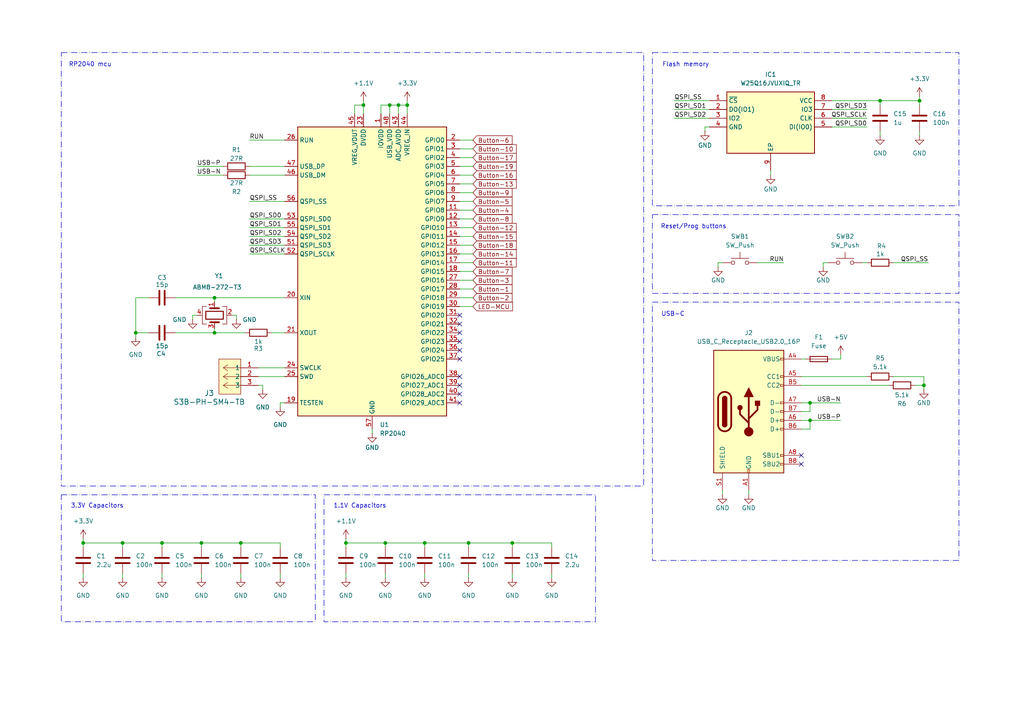
<source format=kicad_sch>
(kicad_sch (version 20250114) (generator "eeschema") (generator_version "9.0")
  (paper "A4")
  (title_block (title "Numpad") (date "2025-10-28") (rev "v2.0") (company "Szymon Wąchała"))
  (lib_symbols
    (symbol "Connector:USB_C_Receptacle_USB2.0_16P" (pin_names (offset 1.016))
      (property "Reference" "J" (at 0 22.225 0))
      (property "Value" "USB_C_Receptacle_USB2.0_16P" (at 0 19.685 0))
      (symbol "USB_C_Receptacle_USB2.0_16P_0_0"
        (rectangle (start -0.254 -17.78) (end 0.254 -16.764))
        (rectangle (start 10.16 15.494) (end 9.144 14.986))
        (rectangle (start 10.16 10.414) (end 9.144 9.906))
        (rectangle (start 10.16 7.874) (end 9.144 7.366))
        (rectangle (start 10.16 2.794) (end 9.144 2.286))
        (rectangle (start 10.16 0.254) (end 9.144 -0.254))
        (rectangle (start 10.16 -2.286) (end 9.144 -2.794))
        (rectangle (start 10.16 -4.826) (end 9.144 -5.334))
        (rectangle (start 10.16 -12.446) (end 9.144 -12.954))
        (rectangle (start 10.16 -14.986) (end 9.144 -15.494))
      )
      (symbol "USB_C_Receptacle_USB2.0_16P_0_1"
        (rectangle (start -10.16 17.78) (end 10.16 -17.78) (stroke (width 0.254)) (fill (type background)))
        (polyline (pts (xy -8.89 -3.81) (xy -8.89 3.81)) (stroke (width 0.508)))
        (rectangle (start -7.62 -3.81) (end -6.35 3.81) (stroke (width 0.254)) (fill (type outline)))
        (arc (start -7.62 3.81) (mid -6.985 4.4423) (end -6.35 3.81) (stroke (width 0.254)))
        (arc (start -7.62 3.81) (mid -6.985 4.4423) (end -6.35 3.81) (stroke (width 0.254)) (fill (type outline)))
        (arc (start -8.89 3.81) (mid -6.985 5.7067) (end -5.08 3.81) (stroke (width 0.508)))
        (arc (start -5.08 -3.81) (mid -6.985 -5.7067) (end -8.89 -3.81) (stroke (width 0.508)))
        (arc (start -6.35 -3.81) (mid -6.985 -4.4423) (end -7.62 -3.81) (stroke (width 0.254)))
        (arc (start -6.35 -3.81) (mid -6.985 -4.4423) (end -7.62 -3.81) (stroke (width 0.254)) (fill (type outline)))
        (polyline (pts (xy -5.08 3.81) (xy -5.08 -3.81)) (stroke (width 0.508)))
        (circle (center -2.54 1.143) (radius 0.635) (stroke (width 0.254)) (fill (type outline)))
        (polyline (pts (xy -1.27 4.318) (xy 0 6.858) (xy 1.27 4.318) (xy -1.27 4.318)) (stroke (width 0.254)) (fill (type outline)))
        (polyline (pts (xy 0 -2.032) (xy 2.54 0.508) (xy 2.54 1.778)) (stroke (width 0.508)))
        (polyline (pts (xy 0 -3.302) (xy -2.54 -0.762) (xy -2.54 0.508)) (stroke (width 0.508)))
        (polyline (pts (xy 0 -5.842) (xy 0 4.318)) (stroke (width 0.508)))
        (circle (center 0 -5.842) (radius 1.27) (fill (type outline)))
        (rectangle (start 1.905 1.778) (end 3.175 3.048) (stroke (width 0.254)) (fill (type outline)))
      )
      (symbol "USB_C_Receptacle_USB2.0_16P_1_1"
        (pin passive line (at -7.62 -22.86 90) (length 5.08) (name "SHIELD") (number "S1"))
        (pin passive line (at 0 -22.86 90) (length 5.08) (name "GND") (number "A1"))
        (pin passive line (at 0 -22.86 90) (length 5.08) (hide yes) (name "GND") (number "A12"))
        (pin passive line (at 0 -22.86 90) (length 5.08) (hide yes) (name "GND") (number "B1"))
        (pin passive line (at 0 -22.86 90) (length 5.08) (hide yes) (name "GND") (number "B12"))
        (pin passive line (at 15.24 15.24 180) (length 5.08) (name "VBUS") (number "A4"))
        (pin passive line (at 15.24 15.24 180) (length 5.08) (hide yes) (name "VBUS") (number "A9"))
        (pin passive line (at 15.24 15.24 180) (length 5.08) (hide yes) (name "VBUS") (number "B4"))
        (pin passive line (at 15.24 15.24 180) (length 5.08) (hide yes) (name "VBUS") (number "B9"))
        (pin bidirectional line (at 15.24 10.16 180) (length 5.08) (name "CC1") (number "A5"))
        (pin bidirectional line (at 15.24 7.62 180) (length 5.08) (name "CC2") (number "B5"))
        (pin bidirectional line (at 15.24 2.54 180) (length 5.08) (name "D-") (number "A7"))
        (pin bidirectional line (at 15.24 0 180) (length 5.08) (name "D-") (number "B7"))
        (pin bidirectional line (at 15.24 -2.54 180) (length 5.08) (name "D+") (number "A6"))
        (pin bidirectional line (at 15.24 -5.08 180) (length 5.08) (name "D+") (number "B6"))
        (pin bidirectional line (at 15.24 -12.7 180) (length 5.08) (name "SBU1") (number "A8"))
        (pin bidirectional line (at 15.24 -15.24 180) (length 5.08) (name "SBU2") (number "B8"))
      )
    )
    (symbol "Device:C" (pin_numbers (hide yes)) (pin_names (offset 0.254))
      (property "Reference" "C" (at 0.635 2.54 0))
      (property "Value" "C" (at 0.635 -2.54 0))
      (symbol "C_0_1"
        (polyline (pts (xy -2.032 0.762) (xy 2.032 0.762)) (stroke (width 0.508)))
        (polyline (pts (xy -2.032 -0.762) (xy 2.032 -0.762)) (stroke (width 0.508)))
      )
      (symbol "C_1_1"
        (pin passive line (at 0 3.81 270) (length 2.794) (name "~") (number "1"))
        (pin passive line (at 0 -3.81 90) (length 2.794) (name "~") (number "2"))
      )
    )
    (symbol "Device:Crystal_GND24" (pin_names (offset 1.016) (hide yes))
      (property "Reference" "Y" (at 3.175 5.08 0))
      (property "Value" "Crystal_GND24" (at 3.175 3.175 0))
      (symbol "Crystal_GND24_0_1"
        (polyline (pts (xy -2.54 2.286) (xy -2.54 3.556) (xy 2.54 3.556) (xy 2.54 2.286)))
        (polyline (pts (xy -2.54 0) (xy -2.032 0)))
        (polyline (pts (xy -2.54 -2.286) (xy -2.54 -3.556) (xy 2.54 -3.556) (xy 2.54 -2.286)))
        (polyline (pts (xy -2.032 -1.27) (xy -2.032 1.27)) (stroke (width 0.508)))
        (rectangle (start -1.143 2.54) (end 1.143 -2.54) (stroke (width 0.3048)))
        (polyline (pts (xy 0 3.556) (xy 0 3.81)))
        (polyline (pts (xy 0 -3.81) (xy 0 -3.556)))
        (polyline (pts (xy 2.032 0) (xy 2.54 0)))
        (polyline (pts (xy 2.032 -1.27) (xy 2.032 1.27)) (stroke (width 0.508)))
      )
      (symbol "Crystal_GND24_1_1"
        (pin passive line (at -3.81 0 0) (length 1.27) (name "1") (number "1"))
        (pin passive line (at 0 5.08 270) (length 1.27) (name "2") (number "2"))
        (pin passive line (at 0 -5.08 90) (length 1.27) (name "4") (number "4"))
        (pin passive line (at 3.81 0 180) (length 1.27) (name "3") (number "3"))
      )
    )
    (symbol "Device:Fuse" (pin_numbers (hide yes)) (pin_names (offset 0))
      (property "Reference" "F" (at 2.032 0 90))
      (property "Value" "Fuse" (at -1.905 0 90))
      (symbol "Fuse_0_1"
        (rectangle (start -0.762 -2.54) (end 0.762 2.54) (stroke (width 0.254)))
        (polyline (pts (xy 0 2.54) (xy 0 -2.54)))
      )
      (symbol "Fuse_1_1"
        (pin passive line (at 0 3.81 270) (length 1.27) (name "~") (number "1"))
        (pin passive line (at 0 -3.81 90) (length 1.27) (name "~") (number "2"))
      )
    )
    (symbol "Device:R" (pin_numbers (hide yes)) (pin_names (offset 0))
      (property "Reference" "R" (at 2.032 0 90))
      (property "Value" "R" (at 0 0 90))
      (symbol "R_0_1"
        (rectangle (start -1.016 -2.54) (end 1.016 2.54) (stroke (width 0.254)))
      )
      (symbol "R_1_1"
        (pin passive line (at 0 3.81 270) (length 1.27) (name "~") (number "1"))
        (pin passive line (at 0 -3.81 90) (length 1.27) (name "~") (number "2"))
      )
    )
    (symbol "MCU_RaspberryPi:RP2040"
      (property "Reference" "U" (at 17.78 45.72 0))
      (property "Value" "RP2040" (at 17.78 43.18 0))
      (symbol "RP2040_0_1"
        (rectangle (start -21.59 41.91) (end 21.59 -41.91) (stroke (width 0.254)) (fill (type background)))
      )
      (symbol "RP2040_1_1"
        (pin input line (at -25.4 38.1 0) (length 3.81) (name "RUN") (number "26"))
        (pin bidirectional line (at -25.4 30.48 0) (length 3.81) (name "USB_DP") (number "47"))
        (pin bidirectional line (at -25.4 27.94 0) (length 3.81) (name "USB_DM") (number "46"))
        (pin bidirectional line (at -25.4 20.32 0) (length 3.81) (name "QSPI_SS") (number "56"))
        (pin bidirectional line (at -25.4 15.24 0) (length 3.81) (name "QSPI_SD0") (number "53"))
        (pin bidirectional line (at -25.4 12.7 0) (length 3.81) (name "QSPI_SD1") (number "55"))
        (pin bidirectional line (at -25.4 10.16 0) (length 3.81) (name "QSPI_SD2") (number "54"))
        (pin bidirectional line (at -25.4 7.62 0) (length 3.81) (name "QSPI_SD3") (number "51"))
        (pin output line (at -25.4 5.08 0) (length 3.81) (name "QSPI_SCLK") (number "52"))
        (pin input line (at -25.4 -7.62 0) (length 3.81) (name "XIN") (number "20"))
        (pin passive line (at -25.4 -17.78 0) (length 3.81) (name "XOUT") (number "21"))
        (pin input line (at -25.4 -27.94 0) (length 3.81) (name "SWCLK") (number "24"))
        (pin bidirectional line (at -25.4 -30.48 0) (length 3.81) (name "SWD") (number "25"))
        (pin input line (at -25.4 -38.1 0) (length 3.81) (name "TESTEN") (number "19"))
        (pin power_out line (at -5.08 45.72 270) (length 3.81) (name "VREG_VOUT") (number "45"))
        (pin power_in line (at -2.54 45.72 270) (length 3.81) (name "DVDD") (number "23"))
        (pin passive line (at -2.54 45.72 270) (length 3.81) (hide yes) (name "DVDD") (number "50"))
        (pin power_in line (at 0 -45.72 90) (length 3.81) (name "GND") (number "57"))
        (pin power_in line (at 2.54 45.72 270) (length 3.81) (name "IOVDD") (number "1"))
        (pin passive line (at 2.54 45.72 270) (length 3.81) (hide yes) (name "IOVDD") (number "10"))
        (pin passive line (at 2.54 45.72 270) (length 3.81) (hide yes) (name "IOVDD") (number "22"))
        (pin passive line (at 2.54 45.72 270) (length 3.81) (hide yes) (name "IOVDD") (number "33"))
        (pin passive line (at 2.54 45.72 270) (length 3.81) (hide yes) (name "IOVDD") (number "42"))
        (pin passive line (at 2.54 45.72 270) (length 3.81) (hide yes) (name "IOVDD") (number "49"))
        (pin power_in line (at 5.08 45.72 270) (length 3.81) (name "USB_VDD") (number "48"))
        (pin power_in line (at 7.62 45.72 270) (length 3.81) (name "ADC_AVDD") (number "43"))
        (pin power_in line (at 10.16 45.72 270) (length 3.81) (name "VREG_IN") (number "44"))
        (pin bidirectional line (at 25.4 38.1 180) (length 3.81) (name "GPIO0") (number "2"))
        (pin bidirectional line (at 25.4 35.56 180) (length 3.81) (name "GPIO1") (number "3"))
        (pin bidirectional line (at 25.4 33.02 180) (length 3.81) (name "GPIO2") (number "4"))
        (pin bidirectional line (at 25.4 30.48 180) (length 3.81) (name "GPIO3") (number "5"))
        (pin bidirectional line (at 25.4 27.94 180) (length 3.81) (name "GPIO4") (number "6"))
        (pin bidirectional line (at 25.4 25.4 180) (length 3.81) (name "GPIO5") (number "7"))
        (pin bidirectional line (at 25.4 22.86 180) (length 3.81) (name "GPIO6") (number "8"))
        (pin bidirectional line (at 25.4 20.32 180) (length 3.81) (name "GPIO7") (number "9"))
        (pin bidirectional line (at 25.4 17.78 180) (length 3.81) (name "GPIO8") (number "11"))
        (pin bidirectional line (at 25.4 15.24 180) (length 3.81) (name "GPIO9") (number "12"))
        (pin bidirectional line (at 25.4 12.7 180) (length 3.81) (name "GPIO10") (number "13"))
        (pin bidirectional line (at 25.4 10.16 180) (length 3.81) (name "GPIO11") (number "14"))
        (pin bidirectional line (at 25.4 7.62 180) (length 3.81) (name "GPIO12") (number "15"))
        (pin bidirectional line (at 25.4 5.08 180) (length 3.81) (name "GPIO13") (number "16"))
        (pin bidirectional line (at 25.4 2.54 180) (length 3.81) (name "GPIO14") (number "17"))
        (pin bidirectional line (at 25.4 0 180) (length 3.81) (name "GPIO15") (number "18"))
        (pin bidirectional line (at 25.4 -2.54 180) (length 3.81) (name "GPIO16") (number "27"))
        (pin bidirectional line (at 25.4 -5.08 180) (length 3.81) (name "GPIO17") (number "28"))
        (pin bidirectional line (at 25.4 -7.62 180) (length 3.81) (name "GPIO18") (number "29"))
        (pin bidirectional line (at 25.4 -10.16 180) (length 3.81) (name "GPIO19") (number "30"))
        (pin bidirectional line (at 25.4 -12.7 180) (length 3.81) (name "GPIO20") (number "31"))
        (pin bidirectional line (at 25.4 -15.24 180) (length 3.81) (name "GPIO21") (number "32"))
        (pin bidirectional line (at 25.4 -17.78 180) (length 3.81) (name "GPIO22") (number "34"))
        (pin bidirectional line (at 25.4 -20.32 180) (length 3.81) (name "GPIO23") (number "35"))
        (pin bidirectional line (at 25.4 -22.86 180) (length 3.81) (name "GPIO24") (number "36"))
        (pin bidirectional line (at 25.4 -25.4 180) (length 3.81) (name "GPIO25") (number "37"))
        (pin bidirectional line (at 25.4 -30.48 180) (length 3.81) (name "GPIO26_ADC0") (number "38"))
        (pin bidirectional line (at 25.4 -33.02 180) (length 3.81) (name "GPIO27_ADC1") (number "39"))
        (pin bidirectional line (at 25.4 -35.56 180) (length 3.81) (name "GPIO28_ADC2") (number "40"))
        (pin bidirectional line (at 25.4 -38.1 180) (length 3.81) (name "GPIO29_ADC3") (number "41"))
      )
    )
    (symbol "S3B_PH_SM4_TB:S3B-PH-SM4-TB" (pin_names (offset 0.254))
      (property "Reference" "J" (at 8.89 6.35 0))
      (property "Value" "S3B-PH-SM4-TB" (at 0 0 0))
      (symbol "S3B-PH-SM4-TB_1_1"
        (rectangle (start 5.08 2.54) (end 11.43 -7.62) (fill (type background)))
        (polyline (pts (xy 10.16 0) (xy 5.08 0)) (stroke (width 0.127)))
        (polyline (pts (xy 10.16 0) (xy 8.89 0.8467)) (stroke (width 0.127)))
        (polyline (pts (xy 10.16 0) (xy 8.89 -0.8467)) (stroke (width 0.127)))
        (polyline (pts (xy 10.16 -2.54) (xy 5.08 -2.54)) (stroke (width 0.127)))
        (polyline (pts (xy 10.16 -2.54) (xy 8.89 -1.6933)) (stroke (width 0.127)))
        (polyline (pts (xy 10.16 -2.54) (xy 8.89 -3.3867)) (stroke (width 0.127)))
        (polyline (pts (xy 10.16 -5.08) (xy 5.08 -5.08)) (stroke (width 0.127)))
        (polyline (pts (xy 10.16 -5.08) (xy 8.89 -4.2333)) (stroke (width 0.127)))
        (polyline (pts (xy 10.16 -5.08) (xy 8.89 -5.9267)) (stroke (width 0.127)))
        (pin unspecified line (at 0 0 0) (length 5.08) (name "1") (number "1"))
        (pin unspecified line (at 0 -2.54 0) (length 5.08) (name "2") (number "2"))
        (pin unspecified line (at 0 -5.08 0) (length 5.08) (name "3") (number "3"))
      )
      (symbol "S3B-PH-SM4-TB_1_2"
        (polyline (pts (xy 5.08 2.54) (xy 5.08 -7.62)) (stroke (width 0.127)))
        (polyline (pts (xy 5.08 -7.62) (xy 12.7 -7.62)) (stroke (width 0.127)))
        (polyline (pts (xy 7.62 0) (xy 5.08 0)) (stroke (width 0.127)))
        (polyline (pts (xy 7.62 0) (xy 8.89 0.8467)) (stroke (width 0.127)))
        (polyline (pts (xy 7.62 0) (xy 8.89 -0.8467)) (stroke (width 0.127)))
        (polyline (pts (xy 7.62 -2.54) (xy 5.08 -2.54)) (stroke (width 0.127)))
        (polyline (pts (xy 7.62 -2.54) (xy 8.89 -1.6933)) (stroke (width 0.127)))
        (polyline (pts (xy 7.62 -2.54) (xy 8.89 -3.3867)) (stroke (width 0.127)))
        (polyline (pts (xy 7.62 -5.08) (xy 5.08 -5.08)) (stroke (width 0.127)))
        (polyline (pts (xy 7.62 -5.08) (xy 8.89 -4.2333)) (stroke (width 0.127)))
        (polyline (pts (xy 7.62 -5.08) (xy 8.89 -5.9267)) (stroke (width 0.127)))
        (polyline (pts (xy 12.7 2.54) (xy 5.08 2.54)) (stroke (width 0.127)))
        (polyline (pts (xy 12.7 -7.62) (xy 12.7 2.54)) (stroke (width 0.127)))
        (pin unspecified line (at 0 0 0) (length 5.08) (name "1") (number "1"))
        (pin unspecified line (at 0 -2.54 0) (length 5.08) (name "2") (number "2"))
        (pin unspecified line (at 0 -5.08 0) (length 5.08) (name "3") (number "3"))
      )
    )
    (symbol "Switch:SW_Push" (pin_numbers (hide yes)) (pin_names (offset 1.016) (hide yes))
      (property "Reference" "SW" (at 1.27 2.54 0))
      (property "Value" "SW_Push" (at 0 -1.524 0))
      (symbol "SW_Push_0_1"
        (circle (center -2.032 0) (radius 0.508))
        (polyline (pts (xy 0 1.27) (xy 0 3.048)))
        (circle (center 2.032 0) (radius 0.508))
        (polyline (pts (xy 2.54 1.27) (xy -2.54 1.27)))
        (pin passive line (at -5.08 0 0) (length 2.54) (name "1") (number "1"))
        (pin passive line (at 5.08 0 180) (length 2.54) (name "2") (number "2"))
      )
    )
    (symbol "W25Q16JVUXIQ_TR:W25Q16JVUXIQ_TR"
      (property "Reference" "IC" (at 31.75 7.62 0))
      (property "Value" "W25Q16JVUXIQ_TR" (at 31.75 5.08 0))
      (symbol "W25Q16JVUXIQ_TR_1_1"
        (rectangle (start 5.08 2.54) (end 30.48 -15.24) (stroke (width 0.254)) (fill (type background)))
        (pin passive line (at 0 0 0) (length 5.08) (name "~{CS}") (number "1"))
        (pin passive line (at 0 -2.54 0) (length 5.08) (name "DO(IO1)") (number "2"))
        (pin passive line (at 0 -5.08 0) (length 5.08) (name "IO2") (number "3"))
        (pin passive line (at 0 -7.62 0) (length 5.08) (name "GND") (number "4"))
        (pin passive line (at 17.78 -20.32 90) (length 5.08) (name "EP") (number "9"))
        (pin passive line (at 35.56 0 180) (length 5.08) (name "VCC") (number "8"))
        (pin passive line (at 35.56 -2.54 180) (length 5.08) (name "IO3") (number "7"))
        (pin passive line (at 35.56 -5.08 180) (length 5.08) (name "CLK") (number "6"))
        (pin passive line (at 35.56 -7.62 180) (length 5.08) (name "DI(IO0)") (number "5"))
      )
    )
    (symbol "power:GND" (power) (pin_numbers (hide yes)) (pin_names (offset 0) (hide yes))
      (property "Value" "GND" (at 0 -3.81 0))
      (symbol "GND_0_1"
        (polyline (pts (xy 0 0) (xy 0 -1.27) (xy 1.27 -1.27) (xy 0 -2.54) (xy -1.27 -1.27) (xy 0 -1.27)))
      )
      (symbol "GND_1_1"
        (pin power_in line (at 0 0 270) (length 0) (name "~") (number "1"))
      )
    )
    (symbol "power:VCC" (power) (pin_numbers (hide yes)) (pin_names (offset 0) (hide yes))
      (property "Value" "VCC" (at 0 3.556 0))
      (symbol "VCC_0_1"
        (polyline (pts (xy -0.762 1.27) (xy 0 2.54)))
        (polyline (pts (xy 0 2.54) (xy 0.762 1.27)))
        (polyline (pts (xy 0 0) (xy 0 2.54)))
      )
      (symbol "VCC_1_1"
        (pin power_in line (at 0 0 90) (length 0) (name "~") (number "1"))
      )
    )
  )
  (rectangle (start 17.78 143.51) (end 91.44 180.34) (stroke (width 0) (type dash_dot)))
  (rectangle (start 93.98 143.51) (end 172.72 180.34) (stroke (width 0) (type dash_dot)))
  (rectangle (start 17.78 15.24) (end 186.69 140.97) (stroke (width 0) (type dash_dot)))
  (rectangle (start 189.23 62.23) (end 278.13 85.09) (stroke (width 0) (type dash_dot)))
  (rectangle (start 189.23 15.24) (end 278.13 59.69) (stroke (width 0) (type dash_dot)))
  (rectangle (start 189.23 87.63) (end 278.13 162.56) (stroke (width 0) (type dash_dot)))
  (text "RP2040 mcu" (at 26.162 18.796 0) (effects (font (size 1.27 1.27))))
  (text "Flash memory" (at 198.882 18.796 0) (effects (font (size 1.27 1.27))))
  (text "3.3V Capacitors" (at 28.194 146.812 0) (effects (font (size 1.27 1.27))))
  (text "Reset/Prog buttons" (at 201.168 65.786 0) (effects (font (size 1.27 1.27))))
  (text "1.1V Capacitors" (at 104.394 146.812 0) (effects (font (size 1.27 1.27))))
  (text "USB-C" (at 191.77 91.186 0) (effects (font (size 1.27 1.27)) (justify left)))
  (junction (at 113.03 30.48))
  (junction (at 118.11 30.48))
  (junction (at 100.33 157.48))
  (junction (at 69.85 157.48))
  (junction (at 62.23 86.36))
  (junction (at 115.57 30.48))
  (junction (at 24.13 157.48))
  (junction (at 35.56 157.48))
  (junction (at 135.89 157.48))
  (junction (at 111.76 157.48))
  (junction (at 267.97 111.76))
  (junction (at 234.95 121.92))
  (junction (at 266.7 29.21))
  (junction (at 234.95 116.84))
  (junction (at 105.41 30.48))
  (junction (at 46.99 157.48))
  (junction (at 255.27 29.21))
  (junction (at 148.59 157.48))
  (junction (at 62.23 96.52))
  (junction (at 58.42 157.48))
  (junction (at 39.37 96.52))
  (junction (at 123.19 157.48))
  (no_connect (at 133.35 101.6))
  (no_connect (at 133.35 116.84))
  (no_connect (at 232.41 132.08))
  (no_connect (at 133.35 96.52))
  (no_connect (at 133.35 111.76))
  (no_connect (at 133.35 99.06))
  (no_connect (at 232.41 134.62))
  (no_connect (at 133.35 104.14))
  (no_connect (at 133.35 91.44))
  (no_connect (at 133.35 114.3))
  (no_connect (at 133.35 109.22))
  (no_connect (at 133.35 93.98))
  (wire (pts (xy 160.02 158.75) (xy 160.02 157.48)))
  (wire (pts (xy 219.71 76.2) (xy 227.33 76.2)))
  (wire (pts (xy 133.35 58.42) (xy 137.16 58.42)))
  (wire (pts (xy 241.3 29.21) (xy 255.27 29.21)))
  (wire (pts (xy 133.35 86.36) (xy 137.16 86.36)))
  (wire (pts (xy 133.35 83.82) (xy 137.16 83.82)))
  (wire (pts (xy 195.58 29.21) (xy 205.74 29.21)))
  (wire (pts (xy 81.28 118.11) (xy 81.28 116.84)))
  (wire (pts (xy 133.35 40.64) (xy 137.16 40.64)))
  (wire (pts (xy 35.56 157.48) (xy 24.13 157.48)))
  (wire (pts (xy 55.88 92.71) (xy 55.88 91.44)))
  (wire (pts (xy 78.74 96.52) (xy 82.55 96.52)))
  (wire (pts (xy 55.88 91.44) (xy 57.15 91.44)))
  (wire (pts (xy 58.42 158.75) (xy 58.42 157.48)))
  (wire (pts (xy 58.42 167.64) (xy 58.42 166.37)))
  (wire (pts (xy 123.19 157.48) (xy 135.89 157.48)))
  (wire (pts (xy 46.99 157.48) (xy 46.99 158.75)))
  (wire (pts (xy 115.57 30.48) (xy 118.11 30.48)))
  (wire (pts (xy 123.19 158.75) (xy 123.19 157.48)))
  (wire (pts (xy 267.97 109.22) (xy 267.97 111.76)))
  (wire (pts (xy 113.03 30.48) (xy 113.03 33.02)))
  (wire (pts (xy 35.56 158.75) (xy 35.56 157.48)))
  (wire (pts (xy 251.46 34.29) (xy 241.3 34.29)))
  (wire (pts (xy 39.37 97.79) (xy 39.37 96.52)))
  (wire (pts (xy 107.95 124.46) (xy 107.95 125.73)))
  (wire (pts (xy 24.13 156.21) (xy 24.13 157.48)))
  (wire (pts (xy 266.7 27.94) (xy 266.7 29.21)))
  (wire (pts (xy 204.47 36.83) (xy 204.47 38.1)))
  (wire (pts (xy 133.35 53.34) (xy 137.16 53.34)))
  (wire (pts (xy 259.08 109.22) (xy 267.97 109.22)))
  (wire (pts (xy 133.35 45.72) (xy 137.16 45.72)))
  (wire (pts (xy 204.47 36.83) (xy 205.74 36.83)))
  (wire (pts (xy 255.27 29.21) (xy 255.27 30.48)))
  (wire (pts (xy 259.08 76.2) (xy 269.24 76.2)))
  (wire (pts (xy 24.13 167.64) (xy 24.13 166.37)))
  (wire (pts (xy 133.35 63.5) (xy 137.16 63.5)))
  (wire (pts (xy 111.76 158.75) (xy 111.76 157.48)))
  (wire (pts (xy 133.35 68.58) (xy 137.16 68.58)))
  (wire (pts (xy 232.41 119.38) (xy 234.95 119.38)))
  (wire (pts (xy 251.46 31.75) (xy 241.3 31.75)))
  (wire (pts (xy 267.97 111.76) (xy 265.43 111.76)))
  (wire (pts (xy 81.28 167.64) (xy 81.28 166.37)))
  (wire (pts (xy 234.95 121.92) (xy 234.95 124.46)))
  (wire (pts (xy 71.12 96.52) (xy 62.23 96.52)))
  (wire (pts (xy 69.85 157.48) (xy 58.42 157.48)))
  (wire (pts (xy 232.41 111.76) (xy 257.81 111.76)))
  (wire (pts (xy 250.19 76.2) (xy 251.46 76.2)))
  (wire (pts (xy 133.35 55.88) (xy 137.16 55.88)))
  (wire (pts (xy 67.31 91.44) (xy 68.58 91.44)))
  (wire (pts (xy 243.84 102.87) (xy 243.84 104.14)))
  (wire (pts (xy 81.28 157.48) (xy 69.85 157.48)))
  (wire (pts (xy 266.7 29.21) (xy 255.27 29.21)))
  (wire (pts (xy 133.35 73.66) (xy 137.16 73.66)))
  (wire (pts (xy 115.57 30.48) (xy 115.57 33.02)))
  (wire (pts (xy 102.87 30.48) (xy 105.41 30.48)))
  (wire (pts (xy 148.59 157.48) (xy 160.02 157.48)))
  (wire (pts (xy 243.84 104.14) (xy 241.3 104.14)))
  (wire (pts (xy 232.41 109.22) (xy 251.46 109.22)))
  (wire (pts (xy 133.35 43.18) (xy 137.16 43.18)))
  (wire (pts (xy 72.39 58.42) (xy 82.55 58.42)))
  (wire (pts (xy 111.76 157.48) (xy 100.33 157.48)))
  (wire (pts (xy 133.35 76.2) (xy 137.16 76.2)))
  (wire (pts (xy 110.49 33.02) (xy 110.49 30.48)))
  (wire (pts (xy 100.33 156.21) (xy 100.33 157.48)))
  (wire (pts (xy 133.35 71.12) (xy 137.16 71.12)))
  (wire (pts (xy 72.39 50.8) (xy 82.55 50.8)))
  (wire (pts (xy 74.93 111.76) (xy 76.2 111.76)))
  (wire (pts (xy 234.95 121.92) (xy 243.84 121.92)))
  (wire (pts (xy 74.93 106.68) (xy 82.55 106.68)))
  (wire (pts (xy 133.35 88.9) (xy 137.16 88.9)))
  (wire (pts (xy 238.76 76.2) (xy 240.03 76.2)))
  (wire (pts (xy 46.99 167.64) (xy 46.99 166.37)))
  (wire (pts (xy 195.58 31.75) (xy 205.74 31.75)))
  (wire (pts (xy 39.37 86.36) (xy 43.18 86.36)))
  (wire (pts (xy 68.58 91.44) (xy 68.58 92.71)))
  (wire (pts (xy 72.39 73.66) (xy 82.55 73.66)))
  (wire (pts (xy 160.02 166.37) (xy 160.02 167.64)))
  (wire (pts (xy 133.35 48.26) (xy 137.16 48.26)))
  (wire (pts (xy 50.8 96.52) (xy 62.23 96.52)))
  (wire (pts (xy 208.28 77.47) (xy 208.28 76.2)))
  (wire (pts (xy 133.35 66.04) (xy 137.16 66.04)))
  (wire (pts (xy 81.28 116.84) (xy 82.55 116.84)))
  (wire (pts (xy 105.41 30.48) (xy 105.41 33.02)))
  (wire (pts (xy 133.35 50.8) (xy 137.16 50.8)))
  (wire (pts (xy 234.95 116.84) (xy 243.84 116.84)))
  (wire (pts (xy 57.15 50.8) (xy 64.77 50.8)))
  (wire (pts (xy 123.19 167.64) (xy 123.19 166.37)))
  (wire (pts (xy 105.41 29.21) (xy 105.41 30.48)))
  (wire (pts (xy 266.7 29.21) (xy 266.7 30.48)))
  (wire (pts (xy 110.49 30.48) (xy 113.03 30.48)))
  (wire (pts (xy 133.35 81.28) (xy 137.16 81.28)))
  (wire (pts (xy 223.52 49.53) (xy 223.52 50.8)))
  (wire (pts (xy 118.11 30.48) (xy 118.11 33.02)))
  (wire (pts (xy 111.76 157.48) (xy 123.19 157.48)))
  (wire (pts (xy 113.03 30.48) (xy 115.57 30.48)))
  (wire (pts (xy 234.95 116.84) (xy 234.95 119.38)))
  (wire (pts (xy 62.23 96.52) (xy 62.23 95.25)))
  (wire (pts (xy 133.35 78.74) (xy 137.16 78.74)))
  (wire (pts (xy 209.55 142.24) (xy 209.55 143.51)))
  (wire (pts (xy 100.33 167.64) (xy 100.33 166.37)))
  (wire (pts (xy 46.99 157.48) (xy 35.56 157.48)))
  (wire (pts (xy 208.28 76.2) (xy 209.55 76.2)))
  (wire (pts (xy 57.15 48.26) (xy 64.77 48.26)))
  (wire (pts (xy 72.39 40.64) (xy 82.55 40.64)))
  (wire (pts (xy 72.39 66.04) (xy 82.55 66.04)))
  (wire (pts (xy 148.59 158.75) (xy 148.59 157.48)))
  (wire (pts (xy 102.87 33.02) (xy 102.87 30.48)))
  (wire (pts (xy 39.37 96.52) (xy 43.18 96.52)))
  (wire (pts (xy 217.17 142.24) (xy 217.17 143.51)))
  (wire (pts (xy 72.39 68.58) (xy 82.55 68.58)))
  (wire (pts (xy 195.58 34.29) (xy 205.74 34.29)))
  (wire (pts (xy 118.11 29.21) (xy 118.11 30.48)))
  (wire (pts (xy 255.27 38.1) (xy 255.27 39.37)))
  (wire (pts (xy 111.76 167.64) (xy 111.76 166.37)))
  (wire (pts (xy 135.89 158.75) (xy 135.89 157.48)))
  (wire (pts (xy 135.89 157.48) (xy 148.59 157.48)))
  (wire (pts (xy 267.97 113.03) (xy 267.97 111.76)))
  (wire (pts (xy 72.39 71.12) (xy 82.55 71.12)))
  (wire (pts (xy 266.7 38.1) (xy 266.7 39.37)))
  (wire (pts (xy 50.8 86.36) (xy 62.23 86.36)))
  (wire (pts (xy 232.41 116.84) (xy 234.95 116.84)))
  (wire (pts (xy 100.33 157.48) (xy 100.33 158.75)))
  (wire (pts (xy 74.93 109.22) (xy 82.55 109.22)))
  (wire (pts (xy 62.23 86.36) (xy 82.55 86.36)))
  (wire (pts (xy 232.41 121.92) (xy 234.95 121.92)))
  (wire (pts (xy 72.39 48.26) (xy 82.55 48.26)))
  (wire (pts (xy 135.89 167.64) (xy 135.89 166.37)))
  (wire (pts (xy 133.35 60.96) (xy 137.16 60.96)))
  (wire (pts (xy 69.85 167.64) (xy 69.85 166.37)))
  (wire (pts (xy 238.76 77.47) (xy 238.76 76.2)))
  (wire (pts (xy 62.23 86.36) (xy 62.23 87.63)))
  (wire (pts (xy 39.37 86.36) (xy 39.37 96.52)))
  (wire (pts (xy 251.46 36.83) (xy 241.3 36.83)))
  (wire (pts (xy 81.28 158.75) (xy 81.28 157.48)))
  (wire (pts (xy 232.41 104.14) (xy 233.68 104.14)))
  (wire (pts (xy 148.59 167.64) (xy 148.59 166.37)))
  (wire (pts (xy 24.13 157.48) (xy 24.13 158.75)))
  (wire (pts (xy 58.42 157.48) (xy 46.99 157.48)))
  (wire (pts (xy 69.85 157.48) (xy 69.85 158.75)))
  (wire (pts (xy 232.41 124.46) (xy 234.95 124.46)))
  (wire (pts (xy 72.39 63.5) (xy 82.55 63.5)))
  (wire (pts (xy 35.56 167.64) (xy 35.56 166.37)))
  (wire (pts (xy 76.2 111.76) (xy 76.2 113.03)))
  (label "QSPI_SCLK" (at 72.39 73.66 0))
  (label "RUN" (at 72.39 40.64 0))
  (label "QSPI_SD0" (at 72.39 63.5 0))
  (label "QSPI_SD0" (at 251.46 36.83 180))
  (label "QSPI_SD2" (at 72.39 68.58 0))
  (label "QSPI_SD3" (at 251.46 31.75 180))
  (label "QSPI_SD1" (at 72.39 66.04 0))
  (label "QSPI_SS" (at 195.58 29.21 0))
  (label "QSPI_SD2" (at 195.58 34.29 0))
  (label "QSPI_SD3" (at 72.39 71.12 0))
  (label "QSPI_SS" (at 72.39 58.42 0))
  (label "RUN" (at 227.33 76.2 180))
  (label "QSPI_SD1" (at 195.58 31.75 0))
  (label "USB-P" (at 243.84 121.92 180))
  (label "USB-N" (at 57.15 50.8 0))
  (label "QSPI_SCLK" (at 251.46 34.29 180))
  (label "QSPI_SS" (at 269.24 76.2 180))
  (label "USB-N" (at 243.84 116.84 180))
  (label "USB-P" (at 57.15 48.26 0))
  (global_label "Button-3" (shape input) (at 137.16 81.28 0) (property "Intersheetrefs" "${INTERSHEET_REFS}" (effects (hide yes))))
  (global_label "Button-5" (shape input) (at 137.16 58.42 0) (property "Intersheetrefs" "${INTERSHEET_REFS}" (effects (hide yes))))
  (global_label "Button-6" (shape input) (at 137.16 40.64 0) (property "Intersheetrefs" "${INTERSHEET_REFS}" (effects (hide yes))))
  (global_label "Button-12" (shape input) (at 137.16 66.04 0) (property "Intersheetrefs" "${INTERSHEET_REFS}" (effects (hide yes))))
  (global_label "Button-8" (shape input) (at 137.16 63.5 0) (property "Intersheetrefs" "${INTERSHEET_REFS}" (effects (hide yes))))
  (global_label "Button-17" (shape input) (at 137.16 45.72 0) (property "Intersheetrefs" "${INTERSHEET_REFS}" (effects (hide yes))))
  (global_label "Button-19" (shape input) (at 137.16 48.26 0) (property "Intersheetrefs" "${INTERSHEET_REFS}" (effects (hide yes))))
  (global_label "Button-15" (shape input) (at 137.16 68.58 0) (property "Intersheetrefs" "${INTERSHEET_REFS}" (effects (hide yes))))
  (global_label "Button-11" (shape input) (at 137.16 76.2 0) (property "Intersheetrefs" "${INTERSHEET_REFS}" (effects (hide yes))))
  (global_label "LED-MCU" (shape input) (at 137.16 88.9 0) (property "Intersheetrefs" "${INTERSHEET_REFS}" (effects (hide yes))))
  (global_label "Button-18" (shape input) (at 137.16 71.12 0) (property "Intersheetrefs" "${INTERSHEET_REFS}" (effects (hide yes))))
  (global_label "Button-7" (shape input) (at 137.16 78.74 0) (property "Intersheetrefs" "${INTERSHEET_REFS}" (effects (hide yes))))
  (global_label "Button-13" (shape input) (at 137.16 53.34 0) (property "Intersheetrefs" "${INTERSHEET_REFS}" (effects (hide yes))))
  (global_label "Button-9" (shape input) (at 137.16 55.88 0) (property "Intersheetrefs" "${INTERSHEET_REFS}" (effects (hide yes))))
  (global_label "Button-14" (shape input) (at 137.16 73.66 0) (property "Intersheetrefs" "${INTERSHEET_REFS}" (effects (hide yes))))
  (global_label "Button-2" (shape input) (at 137.16 86.36 0) (property "Intersheetrefs" "${INTERSHEET_REFS}" (effects (hide yes))))
  (global_label "Button-4" (shape input) (at 137.16 60.96 0) (property "Intersheetrefs" "${INTERSHEET_REFS}" (effects (hide yes))))
  (global_label "Button-16" (shape input) (at 137.16 50.8 0) (property "Intersheetrefs" "${INTERSHEET_REFS}" (effects (hide yes))))
  (global_label "Button-1" (shape input) (at 137.16 83.82 0) (property "Intersheetrefs" "${INTERSHEET_REFS}" (effects (hide yes))))
  (global_label "Button-10" (shape input) (at 137.16 43.18 0) (property "Intersheetrefs" "${INTERSHEET_REFS}" (effects (hide yes))))
  (symbol (lib_id "power:GND") (at 55.88 92.71 0) (unit 1)
    (property "Reference" "#PWR07" (effects (hide yes)))
    (property "Value" "GND" (at 52.07 92.71 0))
    (property "Description" "Power symbol creates a global label with name \"GND\" , ground" (effects (hide yes)))
  )
  (symbol (lib_id "power:GND") (at 204.47 38.1 0) (unit 1)
    (property "Reference" "#PWR024" (effects (hide yes)))
    (property "Value" "GND" (at 204.47 42.164 0))
    (property "Description" "Power symbol creates a global label with name \"GND\" , ground" (effects (hide yes)))
  )
  (symbol (lib_id "power:GND") (at 35.56 167.64 0) (unit 1)
    (property "Reference" "#PWR04" (effects (hide yes)))
    (property "Value" "GND" (at 35.56 172.72 0))
    (property "Description" "Power symbol creates a global label with name \"GND\" , ground" (effects (hide yes)))
  )
  (symbol (lib_id "power:GND") (at 69.85 167.64 0) (unit 1)
    (property "Reference" "#PWR010" (effects (hide yes)))
    (property "Value" "GND" (at 69.85 172.72 0))
    (property "Description" "Power symbol creates a global label with name \"GND\" , ground" (effects (hide yes)))
  )
  (symbol (lib_id "Device:C") (at 69.85 162.56 0) (unit 1)
    (property "Reference" "C7" (at 73.66 161.2899 0) (effects (justify left)))
    (property "Value" "100n" (at 73.66 163.8299 0) (effects (justify left)))
    (property "Footprint" "Capacitor_SMD:C_0402_1005Metric" (effects (hide yes)))
    (property "Description" "Unpolarized capacitor" (effects (hide yes)))
  )
  (symbol (lib_id "Device:C") (at 123.19 162.56 0) (unit 1)
    (property "Reference" "C11" (at 127 161.2899 0) (effects (justify left)))
    (property "Value" "100n" (at 127 163.8299 0) (effects (justify left)))
    (property "Footprint" "Capacitor_SMD:C_0402_1005Metric" (effects (hide yes)))
    (property "Description" "Unpolarized capacitor" (effects (hide yes)))
  )
  (symbol (lib_id "power:VCC") (at 118.11 29.21 0) (unit 1)
    (property "Reference" "#PWR019" (effects (hide yes)))
    (property "Value" "+3.3V" (at 118.11 24.13 0))
    (property "Description" "Power symbol creates a global label with name \"VCC\"" (effects (hide yes)))
  )
  (symbol (lib_id "Switch:SW_Push") (at 245.11 76.2 0) (unit 1)
    (property "Reference" "SWB2" (at 245.11 68.58 0))
    (property "Value" "SW_Push" (at 245.11 71.12 0))
    (property "Footprint" "Button_Switch_SMD:SW_Tactile_SPST_NO_Straight_CK_PTS636Sx25SMTRLFS" (effects (hide yes)))
    (property "Description" "Push button switch, generic, two pins" (effects (hide yes)))
  )
  (symbol (lib_id "W25Q16JVUXIQ_TR:W25Q16JVUXIQ_TR") (at 205.74 29.21 0) (unit 1)
    (property "Reference" "IC1" (at 223.52 21.59 0))
    (property "Value" "W25Q16JVUXIQ_TR" (at 223.52 24.13 0))
    (property "Footprint" "Package_SON:Winbond_USON-8-1EP_3x2mm_P0.5mm_EP0.2x1.6mm" (effects (hide yes)))
    (property "Datasheet" "https://componentsearchengine.com/Datasheets/1/W25Q16JVUXIQ TR.pdf" (effects (hide yes)))
    (property "Description" "NOR Flash spiFlash, 3V, 16M-bit, 4Kb Uniform Sector, DTR" (effects (hide yes)))
    (property "Height" "0.6" (effects (hide yes)))
    (property "Manufacturer_Name" "Winbond" (effects (hide yes)))
    (property "Manufacturer_Part_Number" "W25Q16JVUXIQ TR" (effects (hide yes)))
  )
  (symbol (lib_id "power:GND") (at 209.55 143.51 0) (unit 1)
    (property "Reference" "#PWR01" (effects (hide yes)))
    (property "Value" "GND" (at 209.55 147.32 0))
    (property "Description" "Power symbol creates a global label with name \"GND\" , ground" (effects (hide yes)))
  )
  (symbol (lib_id "Device:C") (at 100.33 162.56 0) (unit 1)
    (property "Reference" "C9" (at 104.14 161.2899 0) (effects (justify left)))
    (property "Value" "100n" (at 104.14 163.8299 0) (effects (justify left)))
    (property "Footprint" "Capacitor_SMD:C_0402_1005Metric" (effects (hide yes)))
    (property "Description" "Unpolarized capacitor" (effects (hide yes)))
  )
  (symbol (lib_id "Device:C") (at 160.02 162.56 0) (unit 1)
    (property "Reference" "C14" (at 163.83 161.2899 0) (effects (justify left)))
    (property "Value" "2.2u" (at 163.83 163.8299 0) (effects (justify left)))
    (property "Footprint" "Capacitor_SMD:C_0805_2012Metric" (effects (hide yes)))
    (property "Description" "Unpolarized capacitor" (effects (hide yes)))
  )
  (symbol (lib_id "power:GND") (at 135.89 167.64 0) (unit 1)
    (property "Reference" "#PWR021" (effects (hide yes)))
    (property "Value" "GND" (at 135.89 172.72 0))
    (property "Description" "Power symbol creates a global label with name \"GND\" , ground" (effects (hide yes)))
  )
  (symbol (lib_id "power:VCC") (at 243.84 102.87 0) (unit 1)
    (property "Reference" "#PWR030" (effects (hide yes)))
    (property "Value" "+5V" (at 243.84 97.79 0))
    (property "Description" "Power symbol creates a global label with name \"VCC\"" (effects (hide yes)))
  )
  (symbol (lib_id "power:GND") (at 24.13 167.64 0) (unit 1)
    (property "Reference" "#PWR03" (effects (hide yes)))
    (property "Value" "GND" (at 24.13 172.72 0))
    (property "Description" "Power symbol creates a global label with name \"GND\" , ground" (effects (hide yes)))
  )
  (symbol (lib_id "power:GND") (at 58.42 167.64 0) (unit 1)
    (property "Reference" "#PWR08" (effects (hide yes)))
    (property "Value" "GND" (at 58.42 172.72 0))
    (property "Description" "Power symbol creates a global label with name \"GND\" , ground" (effects (hide yes)))
  )
  (symbol (lib_id "power:GND") (at 223.52 50.8 0) (unit 1)
    (property "Reference" "#PWR028" (effects (hide yes)))
    (property "Value" "GND" (at 223.52 54.864 0))
    (property "Description" "Power symbol creates a global label with name \"GND\" , ground" (effects (hide yes)))
  )
  (symbol (lib_id "S3B_PH_SM4_TB:S3B-PH-SM4-TB") (at 74.93 106.68 0) (mirror y) (unit 1)
    (property "Reference" "J3" (at 60.706 114.046 0) (effects (font (size 1.524 1.524))))
    (property "Value" "S3B-PH-SM4-TB" (at 60.706 116.586 0) (effects (font (size 1.524 1.524))))
    (property "Footprint" "S3B_PH_SM4_TB:CONN3_S3B-PH_JST" (effects (hide yes)))
    (property "Datasheet" "S3B-PH-SM4-TB" (effects (hide yes)))
  )
  (symbol (lib_id "Device:C") (at 58.42 162.56 0) (unit 1)
    (property "Reference" "C6" (at 62.23 161.2899 0) (effects (justify left)))
    (property "Value" "100n" (at 62.23 163.8299 0) (effects (justify left)))
    (property "Footprint" "Capacitor_SMD:C_0402_1005Metric" (effects (hide yes)))
    (property "Description" "Unpolarized capacitor" (effects (hide yes)))
  )
  (symbol (lib_id "Device:R") (at 68.58 50.8 90) (mirror x) (unit 1)
    (property "Reference" "R2" (at 68.58 55.626 90))
    (property "Value" "27R" (at 68.58 53.086 90))
    (property "Footprint" "Resistor_SMD:R_0402_1005Metric" (effects (hide yes)))
    (property "Description" "Resistor" (effects (hide yes)))
  )
  (symbol (lib_id "Device:C") (at 46.99 96.52 90) (unit 1)
    (property "Reference" "C4" (at 46.736 102.616 90))
    (property "Value" "15p" (at 46.99 100.33 90))
    (property "Footprint" "Capacitor_SMD:C_0402_1005Metric" (effects (hide yes)))
    (property "Description" "Unpolarized capacitor" (effects (hide yes)))
  )
  (symbol (lib_id "power:GND") (at 266.7 39.37 0) (unit 1)
    (property "Reference" "#PWR033" (effects (hide yes)))
    (property "Value" "GND" (at 266.7 44.45 0))
    (property "Description" "Power symbol creates a global label with name \"GND\" , ground" (effects (hide yes)))
  )
  (symbol (lib_id "power:GND") (at 123.19 167.64 0) (unit 1)
    (property "Reference" "#PWR020" (effects (hide yes)))
    (property "Value" "GND" (at 123.19 172.72 0))
    (property "Description" "Power symbol creates a global label with name \"GND\" , ground" (effects (hide yes)))
  )
  (symbol (lib_id "power:GND") (at 238.76 77.47 0) (unit 1)
    (property "Reference" "#PWR029" (effects (hide yes)))
    (property "Value" "GND" (at 238.76 81.28 0))
    (property "Description" "Power symbol creates a global label with name \"GND\" , ground" (effects (hide yes)))
  )
  (symbol (lib_id "power:GND") (at 160.02 167.64 0) (unit 1)
    (property "Reference" "#PWR023" (effects (hide yes)))
    (property "Value" "GND" (at 160.02 172.72 0))
    (property "Description" "Power symbol creates a global label with name \"GND\" , ground" (effects (hide yes)))
  )
  (symbol (lib_id "MCU_RaspberryPi:RP2040") (at 107.95 78.74 0) (unit 1)
    (property "Reference" "U1" (at 110.1441 123.19 0) (effects (justify left)))
    (property "Value" "RP2040" (at 110.1441 125.73 0) (effects (justify left)))
    (property "Footprint" "Package_DFN_QFN:QFN-56-1EP_7x7mm_P0.4mm_EP3.2x3.2mm_ThermalVias" (effects (hide yes)))
    (property "Datasheet" "https://datasheets.raspberrypi.com/rp2040/rp2040-datasheet.pdf" (effects (hide yes)))
    (property "Description" "A microcontroller by Raspberry Pi" (effects (hide yes)))
  )
  (symbol (lib_id "power:GND") (at 148.59 167.64 0) (unit 1)
    (property "Reference" "#PWR022" (effects (hide yes)))
    (property "Value" "GND" (at 148.59 172.72 0))
    (property "Description" "Power symbol creates a global label with name \"GND\" , ground" (effects (hide yes)))
  )
  (symbol (lib_id "Device:C") (at 35.56 162.56 0) (unit 1)
    (property "Reference" "C2" (at 39.37 161.2899 0) (effects (justify left)))
    (property "Value" "100n" (at 39.37 163.8299 0) (effects (justify left)))
    (property "Footprint" "Capacitor_SMD:C_0402_1005Metric" (effects (hide yes)))
    (property "Description" "Unpolarized capacitor" (effects (hide yes)))
  )
  (symbol (lib_id "Device:C") (at 46.99 162.56 0) (unit 1)
    (property "Reference" "C5" (at 50.8 161.2899 0) (effects (justify left)))
    (property "Value" "100n" (at 50.8 163.8299 0) (effects (justify left)))
    (property "Footprint" "Capacitor_SMD:C_0402_1005Metric" (effects (hide yes)))
    (property "Description" "Unpolarized capacitor" (effects (hide yes)))
  )
  (symbol (lib_id "power:VCC") (at 100.33 156.21 0) (unit 1)
    (property "Reference" "#PWR014" (effects (hide yes)))
    (property "Value" "+1.1V" (at 100.33 151.13 0))
    (property "Description" "Power symbol creates a global label with name \"VCC\"" (effects (hide yes)))
  )
  (symbol (lib_id "Device:C") (at 24.13 162.56 0) (unit 1)
    (property "Reference" "C1" (at 27.94 161.2899 0) (effects (justify left)))
    (property "Value" "2.2u" (at 27.94 163.8299 0) (effects (justify left)))
    (property "Footprint" "Capacitor_SMD:C_0805_2012Metric" (effects (hide yes)))
    (property "Description" "Unpolarized capacitor" (effects (hide yes)))
  )
  (symbol (lib_id "Device:C") (at 46.99 86.36 90) (unit 1)
    (property "Reference" "C3" (at 46.99 80.518 90))
    (property "Value" "15p" (at 46.99 82.55 90))
    (property "Footprint" "Capacitor_SMD:C_0402_1005Metric" (effects (hide yes)))
    (property "Description" "Unpolarized capacitor" (effects (hide yes)))
  )
  (symbol (lib_id "power:GND") (at 111.76 167.64 0) (unit 1)
    (property "Reference" "#PWR018" (effects (hide yes)))
    (property "Value" "GND" (at 111.76 172.72 0))
    (property "Description" "Power symbol creates a global label with name \"GND\" , ground" (effects (hide yes)))
  )
  (symbol (lib_id "Device:C") (at 266.7 34.29 0) (unit 1)
    (property "Reference" "C16" (at 270.51 33.0199 0) (effects (justify left)))
    (property "Value" "100n" (at 270.51 35.5599 0) (effects (justify left)))
    (property "Footprint" "Capacitor_SMD:C_0402_1005Metric" (effects (hide yes)))
    (property "Description" "Unpolarized capacitor" (effects (hide yes)))
  )
  (symbol (lib_id "power:GND") (at 68.58 92.71 0) (mirror y) (unit 1)
    (property "Reference" "#PWR09" (effects (hide yes)))
    (property "Value" "GND" (at 72.39 92.71 0))
    (property "Description" "Power symbol creates a global label with name \"GND\" , ground" (effects (hide yes)))
  )
  (symbol (lib_id "Device:C") (at 255.27 34.29 0) (unit 1)
    (property "Reference" "C15" (at 259.08 33.0199 0) (effects (justify left)))
    (property "Value" "1u" (at 259.08 35.5599 0) (effects (justify left)))
    (property "Footprint" "Capacitor_SMD:C_0805_2012Metric" (effects (hide yes)))
    (property "Description" "Unpolarized capacitor" (effects (hide yes)))
  )
  (symbol (lib_id "Switch:SW_Push") (at 214.63 76.2 0) (unit 1)
    (property "Reference" "SWB1" (at 214.63 68.58 0))
    (property "Value" "SW_Push" (at 214.63 71.12 0))
    (property "Footprint" "Button_Switch_SMD:SW_Tactile_SPST_NO_Straight_CK_PTS636Sx25SMTRLFS" (effects (hide yes)))
    (property "Description" "Push button switch, generic, two pins" (effects (hide yes)))
  )
  (symbol (lib_id "Device:R") (at 255.27 76.2 270) (unit 1)
    (property "Reference" "R4" (at 257.048 71.374 90) (effects (justify right)))
    (property "Value" "1k" (at 256.54 73.66 90) (effects (justify right)))
    (property "Footprint" "Resistor_SMD:R_0402_1005Metric" (effects (hide yes)))
    (property "Description" "Resistor" (effects (hide yes)))
  )
  (symbol (lib_id "power:GND") (at 81.28 167.64 0) (unit 1)
    (property "Reference" "#PWR013" (effects (hide yes)))
    (property "Value" "GND" (at 81.28 172.72 0))
    (property "Description" "Power symbol creates a global label with name \"GND\" , ground" (effects (hide yes)))
  )
  (symbol (lib_id "Device:C") (at 81.28 162.56 0) (unit 1)
    (property "Reference" "C8" (at 85.09 161.2899 0) (effects (justify left)))
    (property "Value" "100n" (at 85.09 163.8299 0) (effects (justify left)))
    (property "Footprint" "Capacitor_SMD:C_0402_1005Metric" (effects (hide yes)))
    (property "Description" "Unpolarized capacitor" (effects (hide yes)))
  )
  (symbol (lib_id "Device:R") (at 261.62 111.76 90) (mirror x) (unit 1)
    (property "Reference" "R6" (at 261.62 117.094 90))
    (property "Value" "5.1k" (at 261.62 114.554 90))
    (property "Footprint" "Resistor_SMD:R_0603_1608Metric" (effects (hide yes)))
    (property "Description" "Resistor" (effects (hide yes)))
  )
  (symbol (lib_id "power:VCC") (at 266.7 27.94 0) (unit 1)
    (property "Reference" "#PWR032" (effects (hide yes)))
    (property "Value" "+3.3V" (at 266.7 22.86 0))
    (property "Description" "Power symbol creates a global label with name \"VCC\"" (effects (hide yes)))
  )
  (symbol (lib_id "power:GND") (at 255.27 39.37 0) (unit 1)
    (property "Reference" "#PWR031" (effects (hide yes)))
    (property "Value" "GND" (at 255.27 44.45 0))
    (property "Description" "Power symbol creates a global label with name \"GND\" , ground" (effects (hide yes)))
  )
  (symbol (lib_id "Device:R") (at 255.27 109.22 90) (unit 1)
    (property "Reference" "R5" (at 255.27 103.886 90))
    (property "Value" "5.1k" (at 255.27 106.426 90))
    (property "Footprint" "Resistor_SMD:R_0603_1608Metric" (effects (hide yes)))
    (property "Description" "Resistor" (effects (hide yes)))
  )
  (symbol (lib_id "Device:C") (at 135.89 162.56 0) (unit 1)
    (property "Reference" "C12" (at 139.7 161.2899 0) (effects (justify left)))
    (property "Value" "100n" (at 139.7 163.8299 0) (effects (justify left)))
    (property "Footprint" "Capacitor_SMD:C_0402_1005Metric" (effects (hide yes)))
    (property "Description" "Unpolarized capacitor" (effects (hide yes)))
  )
  (symbol (lib_id "Device:C") (at 148.59 162.56 0) (unit 1)
    (property "Reference" "C13" (at 152.4 161.2899 0) (effects (justify left)))
    (property "Value" "100n" (at 152.4 163.8299 0) (effects (justify left)))
    (property "Footprint" "Capacitor_SMD:C_0402_1005Metric" (effects (hide yes)))
    (property "Description" "Unpolarized capacitor" (effects (hide yes)))
  )
  (symbol (lib_id "power:GND") (at 46.99 167.64 0) (unit 1)
    (property "Reference" "#PWR06" (effects (hide yes)))
    (property "Value" "GND" (at 46.99 172.72 0))
    (property "Description" "Power symbol creates a global label with name \"GND\" , ground" (effects (hide yes)))
  )
  (symbol (lib_id "Device:Crystal_GND24") (at 62.23 91.44 270) (unit 1)
    (property "Reference" "Y1" (at 63.5 80.01 90))
    (property "Value" "ABM8-272-T3" (at 62.992 83.312 90))
    (property "Footprint" "Crystal:Crystal_SMD_Abracon_ABM3B-4Pin_5.0x3.2mm" (effects (hide yes)))
    (property "Description" "Four pin crystal, GND on pins 2 and 4" (effects (hide yes)))
  )
  (symbol (lib_id "power:GND") (at 217.17 143.51 0) (unit 1)
    (property "Reference" "#PWR027" (effects (hide yes)))
    (property "Value" "GND" (at 217.17 147.32 0))
    (property "Description" "Power symbol creates a global label with name \"GND\" , ground" (effects (hide yes)))
  )
  (symbol (lib_id "Device:Fuse") (at 237.49 104.14 90) (unit 1)
    (property "Reference" "F1" (at 237.49 97.79 90))
    (property "Value" "Fuse" (at 237.49 100.33 90))
    (property "Footprint" "Fuse:Fuse_1206_3216Metric" (effects (hide yes)))
    (property "Description" "Fuse" (effects (hide yes)))
  )
  (symbol (lib_id "power:GND") (at 100.33 167.64 0) (unit 1)
    (property "Reference" "#PWR015" (effects (hide yes)))
    (property "Value" "GND" (at 100.33 172.72 0))
    (property "Description" "Power symbol creates a global label with name \"GND\" , ground" (effects (hide yes)))
  )
  (symbol (lib_id "Device:R") (at 68.58 48.26 90) (unit 1)
    (property "Reference" "R1" (at 68.58 43.434 90))
    (property "Value" "27R" (at 68.58 45.974 90))
    (property "Footprint" "Resistor_SMD:R_0402_1005Metric" (effects (hide yes)))
    (property "Description" "Resistor" (effects (hide yes)))
  )
  (symbol (lib_id "power:VCC") (at 105.41 29.21 0) (unit 1)
    (property "Reference" "#PWR016" (effects (hide yes)))
    (property "Value" "+1.1V" (at 105.41 24.13 0))
    (property "Description" "Power symbol creates a global label with name \"VCC\"" (effects (hide yes)))
  )
  (symbol (lib_id "power:VCC") (at 24.13 156.21 0) (unit 1)
    (property "Reference" "#PWR02" (effects (hide yes)))
    (property "Value" "+3.3V" (at 24.13 151.13 0))
    (property "Description" "Power symbol creates a global label with name \"VCC\"" (effects (hide yes)))
  )
  (symbol (lib_id "Device:R") (at 74.93 96.52 270) (mirror x) (unit 1)
    (property "Reference" "R3" (at 74.93 101.092 90))
    (property "Value" "1k" (at 74.93 99.06 90))
    (property "Footprint" "Resistor_SMD:R_0402_1005Metric" (effects (hide yes)))
    (property "Description" "Resistor" (effects (hide yes)))
  )
  (symbol (lib_id "Connector:USB_C_Receptacle_USB2.0_16P") (at 217.17 119.38 0) (unit 1)
    (property "Reference" "J2" (at 217.17 96.52 0))
    (property "Value" "USB_C_Receptacle_USB2.0_16P" (at 217.17 99.06 0))
    (property "Footprint" "Connector_USB:USB_C_Receptacle_GCT_USB4105-xx-A_16P_TopMnt_Horizontal" (effects (hide yes)))
    (property "Datasheet" "https://www.usb.org/sites/default/files/documents/usb_type-c.zip" (effects (hide yes)))
    (property "Description" "USB 2.0-only 16P Type-C Receptacle connector" (effects (hide yes)))
  )
  (symbol (lib_id "Device:C") (at 111.76 162.56 0) (unit 1)
    (property "Reference" "C10" (at 115.57 161.2899 0) (effects (justify left)))
    (property "Value" "100n" (at 115.57 163.8299 0) (effects (justify left)))
    (property "Footprint" "Capacitor_SMD:C_0402_1005Metric" (effects (hide yes)))
    (property "Description" "Unpolarized capacitor" (effects (hide yes)))
  )
  (symbol (lib_id "power:GND") (at 208.28 77.47 0) (unit 1)
    (property "Reference" "#PWR025" (effects (hide yes)))
    (property "Value" "GND" (at 208.28 81.28 0))
    (property "Description" "Power symbol creates a global label with name \"GND\" , ground" (effects (hide yes)))
  )
  (symbol (lib_id "power:GND") (at 39.37 97.79 0) (unit 1)
    (property "Reference" "#PWR05" (effects (hide yes)))
    (property "Value" "GND" (at 39.37 102.87 0))
    (property "Description" "Power symbol creates a global label with name \"GND\" , ground" (effects (hide yes)))
  )
  (symbol (lib_id "power:GND") (at 267.97 113.03 0) (unit 1)
    (property "Reference" "#PWR034" (effects (hide yes)))
    (property "Value" "GND" (at 267.97 116.84 0))
    (property "Description" "Power symbol creates a global label with name \"GND\" , ground" (effects (hide yes)))
  )
  (symbol (lib_id "power:GND") (at 81.28 118.11 0) (unit 1)
    (property "Reference" "#PWR012" (effects (hide yes)))
    (property "Value" "GND" (at 81.28 123.19 0))
    (property "Description" "Power symbol creates a global label with name \"GND\" , ground" (effects (hide yes)))
  )
  (symbol (lib_id "power:GND") (at 107.95 125.73 0) (unit 1)
    (property "Reference" "#PWR017" (effects (hide yes)))
    (property "Value" "GND" (at 107.95 129.794 0))
    (property "Description" "Power symbol creates a global label with name \"GND\" , ground" (effects (hide yes)))
  )
  (symbol (lib_id "power:GND") (at 76.2 113.03 0) (unit 1)
    (property "Reference" "#PWR011" (effects (hide yes)))
    (property "Value" "GND" (at 76.2 118.11 0))
    (property "Description" "Power symbol creates a global label with name \"GND\" , ground" (effects (hide yes)))
  )
)
</source>
